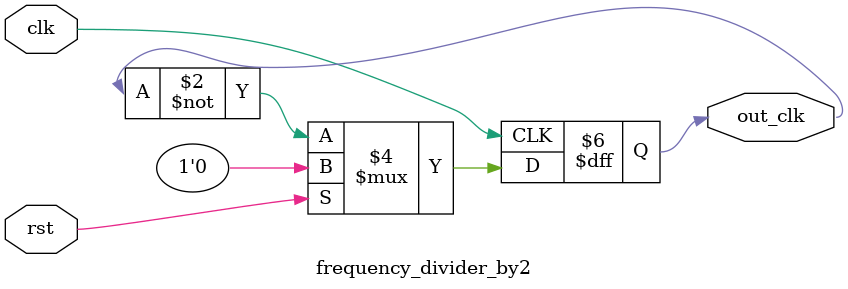
<source format=v>
module frequency_divider_by2 ( clk ,rst,out_clk );
	output reg out_clk;
	input clk ;
	input rst;
	always @(posedge clk)
	begin
		if (rst)
			out_clk <= 1'b0;
		else
			out_clk <= ~out_clk;	
	end 
endmodule
</source>
